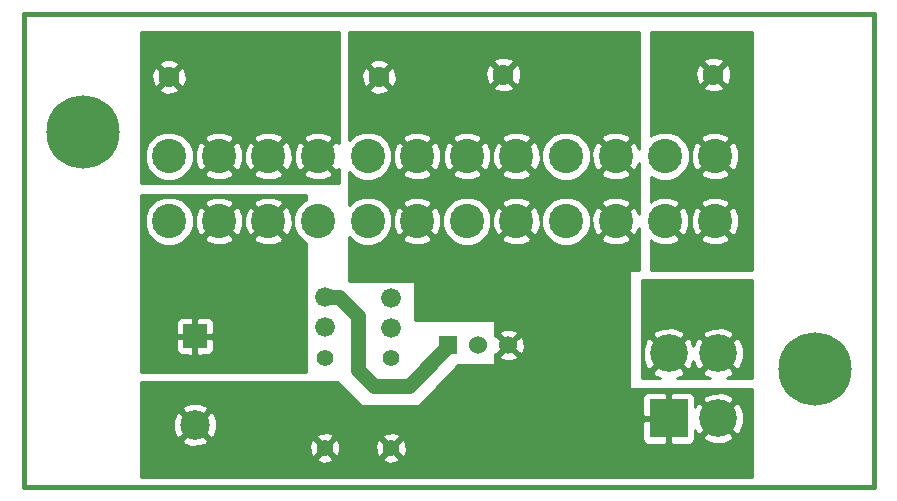
<source format=gtl>
G04 (created by PCBNEW-RS274X (2012-apr-16-27)-stable) date Fri 15 Nov 2013 10:07:24 GMT*
G01*
G70*
G90*
%MOIN*%
G04 Gerber Fmt 3.4, Leading zero omitted, Abs format*
%FSLAX34Y34*%
G04 APERTURE LIST*
%ADD10C,0.006000*%
%ADD11C,0.015000*%
%ADD12R,0.060000X0.060000*%
%ADD13C,0.060000*%
%ADD14C,0.114100*%
%ADD15C,0.070000*%
%ADD16C,0.055000*%
%ADD17C,0.066000*%
%ADD18R,0.078700X0.078700*%
%ADD19C,0.098400*%
%ADD20C,0.244100*%
%ADD21R,0.126000X0.126000*%
%ADD22C,0.126000*%
%ADD23C,0.049200*%
%ADD24C,0.010000*%
G04 APERTURE END LIST*
G54D10*
G54D11*
X00394Y00748D02*
X28740Y00748D01*
X28347Y16496D02*
X28740Y16496D01*
X01181Y16496D02*
X00394Y16496D01*
X27953Y16496D02*
X28347Y16496D01*
X27953Y16496D02*
X27559Y16496D01*
X28740Y00749D02*
X28740Y16497D01*
X01181Y16496D02*
X27559Y16496D01*
X00394Y00747D02*
X00394Y16495D01*
G54D12*
X14552Y05472D03*
G54D13*
X15552Y05472D03*
X16552Y05472D03*
G54D14*
X23434Y09602D03*
X21781Y09602D03*
X20127Y09602D03*
X18474Y09602D03*
X16820Y09602D03*
X15167Y09602D03*
X13514Y09602D03*
X11861Y09602D03*
X10207Y09602D03*
X08554Y09602D03*
X06900Y09602D03*
X05246Y09602D03*
X23434Y11767D03*
X21781Y11767D03*
X20127Y11767D03*
X18474Y11767D03*
X16820Y11767D03*
X15167Y11767D03*
X13514Y11767D03*
X11861Y11767D03*
X10207Y11767D03*
X08554Y11767D03*
X06900Y11767D03*
X05246Y11767D03*
G54D15*
X05240Y14409D03*
X12240Y14409D03*
X23382Y14488D03*
X16382Y14488D03*
G54D16*
X12638Y05043D03*
X12638Y02043D03*
X10433Y05043D03*
X10433Y02043D03*
G54D17*
X12638Y07035D03*
X12638Y06035D03*
X10433Y07074D03*
X10433Y06074D03*
G54D18*
X06103Y05767D03*
G54D19*
X06103Y02815D03*
G54D20*
X02363Y12559D03*
X26772Y04685D03*
G54D21*
X21890Y03031D03*
G54D22*
X23544Y03031D03*
X21890Y05196D03*
X23544Y05196D03*
G54D23*
X12087Y04094D02*
X13229Y04094D01*
X10433Y07074D02*
X10918Y07074D01*
X13229Y04094D02*
X14528Y05433D01*
X11536Y04645D02*
X12087Y04094D01*
X11536Y06456D02*
X11536Y04645D01*
X10918Y07074D02*
X11536Y06456D01*
G54D10*
G36*
X24675Y07963D02*
X24241Y07963D01*
X24241Y09460D01*
X24241Y11625D01*
X24234Y11944D01*
X24125Y12208D01*
X24004Y12266D01*
X23975Y12237D01*
X23975Y14397D01*
X23964Y14632D01*
X23895Y14798D01*
X23796Y14831D01*
X23725Y14760D01*
X23725Y14902D01*
X23692Y15001D01*
X23473Y15081D01*
X23238Y15070D01*
X23072Y15001D01*
X23039Y14902D01*
X23382Y14559D01*
X23725Y14902D01*
X23725Y14760D01*
X23453Y14488D01*
X23796Y14145D01*
X23895Y14178D01*
X23975Y14397D01*
X23975Y12237D01*
X23933Y12195D01*
X23933Y12337D01*
X23875Y12458D01*
X23725Y12517D01*
X23725Y14074D01*
X23382Y14417D01*
X23311Y14346D01*
X23311Y14488D01*
X22968Y14831D01*
X22869Y14798D01*
X22789Y14579D01*
X22800Y14344D01*
X22869Y14178D01*
X22968Y14145D01*
X23311Y14488D01*
X23311Y14346D01*
X23039Y14074D01*
X23072Y13975D01*
X23291Y13895D01*
X23526Y13906D01*
X23692Y13975D01*
X23725Y14074D01*
X23725Y12517D01*
X23576Y12574D01*
X23257Y12567D01*
X22993Y12458D01*
X22935Y12337D01*
X23434Y11838D01*
X23933Y12337D01*
X23933Y12195D01*
X23505Y11767D01*
X24004Y11268D01*
X24125Y11326D01*
X24241Y11625D01*
X24241Y09460D01*
X24234Y09779D01*
X24125Y10043D01*
X24004Y10101D01*
X23933Y10030D01*
X23933Y10172D01*
X23933Y11197D01*
X23434Y11696D01*
X23363Y11625D01*
X23363Y11767D01*
X22864Y12266D01*
X22743Y12208D01*
X22627Y11909D01*
X22634Y11590D01*
X22743Y11326D01*
X22864Y11268D01*
X23363Y11767D01*
X23363Y11625D01*
X22935Y11197D01*
X22993Y11076D01*
X23292Y10960D01*
X23611Y10967D01*
X23875Y11076D01*
X23933Y11197D01*
X23933Y10172D01*
X23875Y10293D01*
X23576Y10409D01*
X23257Y10402D01*
X22993Y10293D01*
X22935Y10172D01*
X23434Y09673D01*
X23933Y10172D01*
X23933Y10030D01*
X23505Y09602D01*
X24004Y09103D01*
X24125Y09161D01*
X24241Y09460D01*
X24241Y07963D01*
X23933Y07963D01*
X23933Y09032D01*
X23434Y09531D01*
X23363Y09460D01*
X23363Y09602D01*
X22864Y10101D01*
X22743Y10043D01*
X22627Y09744D01*
X22634Y09425D01*
X22743Y09161D01*
X22864Y09103D01*
X23363Y09602D01*
X23363Y09460D01*
X22935Y09032D01*
X22993Y08911D01*
X23292Y08795D01*
X23611Y08802D01*
X23875Y08911D01*
X23933Y09032D01*
X23933Y07963D01*
X22588Y07963D01*
X22588Y09460D01*
X22581Y09779D01*
X22472Y10043D01*
X22351Y10101D01*
X21852Y09602D01*
X22351Y09103D01*
X22472Y09161D01*
X22588Y09460D01*
X22588Y07963D01*
X21310Y07963D01*
X21310Y08974D01*
X21340Y08911D01*
X21639Y08795D01*
X21958Y08802D01*
X22222Y08911D01*
X22280Y09032D01*
X21816Y09496D01*
X21781Y09531D01*
X21710Y09602D01*
X21781Y09673D01*
X21816Y09708D01*
X22280Y10172D01*
X22222Y10293D01*
X21923Y10409D01*
X21604Y10402D01*
X21340Y10293D01*
X21310Y10231D01*
X21310Y11079D01*
X21316Y11073D01*
X21617Y10947D01*
X21943Y10947D01*
X22244Y11071D01*
X22475Y11302D01*
X22601Y11603D01*
X22601Y11929D01*
X22477Y12230D01*
X22246Y12461D01*
X21945Y12587D01*
X21619Y12587D01*
X21318Y12463D01*
X21310Y12455D01*
X21310Y15895D01*
X24675Y15895D01*
X24675Y07963D01*
X24675Y07963D01*
G37*
G54D24*
X24675Y07963D02*
X24241Y07963D01*
X24241Y09460D01*
X24241Y11625D01*
X24234Y11944D01*
X24125Y12208D01*
X24004Y12266D01*
X23975Y12237D01*
X23975Y14397D01*
X23964Y14632D01*
X23895Y14798D01*
X23796Y14831D01*
X23725Y14760D01*
X23725Y14902D01*
X23692Y15001D01*
X23473Y15081D01*
X23238Y15070D01*
X23072Y15001D01*
X23039Y14902D01*
X23382Y14559D01*
X23725Y14902D01*
X23725Y14760D01*
X23453Y14488D01*
X23796Y14145D01*
X23895Y14178D01*
X23975Y14397D01*
X23975Y12237D01*
X23933Y12195D01*
X23933Y12337D01*
X23875Y12458D01*
X23725Y12517D01*
X23725Y14074D01*
X23382Y14417D01*
X23311Y14346D01*
X23311Y14488D01*
X22968Y14831D01*
X22869Y14798D01*
X22789Y14579D01*
X22800Y14344D01*
X22869Y14178D01*
X22968Y14145D01*
X23311Y14488D01*
X23311Y14346D01*
X23039Y14074D01*
X23072Y13975D01*
X23291Y13895D01*
X23526Y13906D01*
X23692Y13975D01*
X23725Y14074D01*
X23725Y12517D01*
X23576Y12574D01*
X23257Y12567D01*
X22993Y12458D01*
X22935Y12337D01*
X23434Y11838D01*
X23933Y12337D01*
X23933Y12195D01*
X23505Y11767D01*
X24004Y11268D01*
X24125Y11326D01*
X24241Y11625D01*
X24241Y09460D01*
X24234Y09779D01*
X24125Y10043D01*
X24004Y10101D01*
X23933Y10030D01*
X23933Y10172D01*
X23933Y11197D01*
X23434Y11696D01*
X23363Y11625D01*
X23363Y11767D01*
X22864Y12266D01*
X22743Y12208D01*
X22627Y11909D01*
X22634Y11590D01*
X22743Y11326D01*
X22864Y11268D01*
X23363Y11767D01*
X23363Y11625D01*
X22935Y11197D01*
X22993Y11076D01*
X23292Y10960D01*
X23611Y10967D01*
X23875Y11076D01*
X23933Y11197D01*
X23933Y10172D01*
X23875Y10293D01*
X23576Y10409D01*
X23257Y10402D01*
X22993Y10293D01*
X22935Y10172D01*
X23434Y09673D01*
X23933Y10172D01*
X23933Y10030D01*
X23505Y09602D01*
X24004Y09103D01*
X24125Y09161D01*
X24241Y09460D01*
X24241Y07963D01*
X23933Y07963D01*
X23933Y09032D01*
X23434Y09531D01*
X23363Y09460D01*
X23363Y09602D01*
X22864Y10101D01*
X22743Y10043D01*
X22627Y09744D01*
X22634Y09425D01*
X22743Y09161D01*
X22864Y09103D01*
X23363Y09602D01*
X23363Y09460D01*
X22935Y09032D01*
X22993Y08911D01*
X23292Y08795D01*
X23611Y08802D01*
X23875Y08911D01*
X23933Y09032D01*
X23933Y07963D01*
X22588Y07963D01*
X22588Y09460D01*
X22581Y09779D01*
X22472Y10043D01*
X22351Y10101D01*
X21852Y09602D01*
X22351Y09103D01*
X22472Y09161D01*
X22588Y09460D01*
X22588Y07963D01*
X21310Y07963D01*
X21310Y08974D01*
X21340Y08911D01*
X21639Y08795D01*
X21958Y08802D01*
X22222Y08911D01*
X22280Y09032D01*
X21816Y09496D01*
X21781Y09531D01*
X21710Y09602D01*
X21781Y09673D01*
X21816Y09708D01*
X22280Y10172D01*
X22222Y10293D01*
X21923Y10409D01*
X21604Y10402D01*
X21340Y10293D01*
X21310Y10231D01*
X21310Y11079D01*
X21316Y11073D01*
X21617Y10947D01*
X21943Y10947D01*
X22244Y11071D01*
X22475Y11302D01*
X22601Y11603D01*
X22601Y11929D01*
X22477Y12230D01*
X22246Y12461D01*
X21945Y12587D01*
X21619Y12587D01*
X21318Y12463D01*
X21310Y12455D01*
X21310Y15895D01*
X24675Y15895D01*
X24675Y07963D01*
G54D10*
G36*
X24675Y01073D02*
X24409Y01073D01*
X24409Y02875D01*
X24402Y03218D01*
X24284Y03506D01*
X24156Y03573D01*
X24086Y03503D01*
X24086Y03643D01*
X24019Y03771D01*
X23700Y03896D01*
X23357Y03889D01*
X23069Y03771D01*
X23002Y03643D01*
X23544Y03102D01*
X24086Y03643D01*
X24086Y03503D01*
X23615Y03031D01*
X24156Y02489D01*
X24284Y02556D01*
X24409Y02875D01*
X24409Y01073D01*
X24086Y01073D01*
X24086Y02419D01*
X23544Y02960D01*
X23473Y02890D01*
X23473Y03031D01*
X22932Y03573D01*
X22804Y03506D01*
X22769Y03418D01*
X22769Y03612D01*
X22769Y03711D01*
X22731Y03802D01*
X22661Y03872D01*
X22569Y03910D01*
X22002Y03911D01*
X21940Y03849D01*
X21940Y03131D01*
X21940Y03081D01*
X21940Y02981D01*
X21940Y02931D01*
X21940Y02213D01*
X22002Y02151D01*
X22569Y02152D01*
X22661Y02190D01*
X22731Y02260D01*
X22769Y02351D01*
X22769Y02450D01*
X22769Y02641D01*
X22804Y02556D01*
X22932Y02489D01*
X23473Y03031D01*
X23473Y02890D01*
X23002Y02419D01*
X23069Y02291D01*
X23388Y02166D01*
X23731Y02173D01*
X24019Y02291D01*
X24086Y02419D01*
X24086Y01073D01*
X21840Y01073D01*
X21840Y02213D01*
X21840Y02981D01*
X21840Y03081D01*
X21840Y03849D01*
X21778Y03911D01*
X21211Y03910D01*
X21119Y03872D01*
X21049Y03802D01*
X21011Y03711D01*
X21011Y03612D01*
X21010Y03143D01*
X21072Y03081D01*
X21840Y03081D01*
X21840Y02981D01*
X21072Y02981D01*
X21010Y02919D01*
X21011Y02450D01*
X21011Y02351D01*
X21049Y02260D01*
X21119Y02190D01*
X21211Y02152D01*
X21778Y02151D01*
X21840Y02213D01*
X21840Y01073D01*
X19294Y01073D01*
X19294Y09438D01*
X19294Y09764D01*
X19294Y11603D01*
X19294Y11929D01*
X19170Y12230D01*
X18939Y12461D01*
X18638Y12587D01*
X18312Y12587D01*
X18011Y12463D01*
X17780Y12232D01*
X17654Y11931D01*
X17654Y11605D01*
X17778Y11304D01*
X18009Y11073D01*
X18310Y10947D01*
X18636Y10947D01*
X18937Y11071D01*
X19168Y11302D01*
X19294Y11603D01*
X19294Y09764D01*
X19170Y10065D01*
X18939Y10296D01*
X18638Y10422D01*
X18312Y10422D01*
X18011Y10298D01*
X17780Y10067D01*
X17654Y09766D01*
X17654Y09440D01*
X17778Y09139D01*
X18009Y08908D01*
X18310Y08782D01*
X18636Y08782D01*
X18937Y08906D01*
X19168Y09137D01*
X19294Y09438D01*
X19294Y01073D01*
X17627Y01073D01*
X17627Y09460D01*
X17627Y11625D01*
X17620Y11944D01*
X17511Y12208D01*
X17390Y12266D01*
X17319Y12195D01*
X17319Y12337D01*
X17261Y12458D01*
X16975Y12569D01*
X16975Y14397D01*
X16964Y14632D01*
X16895Y14798D01*
X16796Y14831D01*
X16725Y14760D01*
X16725Y14902D01*
X16692Y15001D01*
X16473Y15081D01*
X16238Y15070D01*
X16072Y15001D01*
X16039Y14902D01*
X16382Y14559D01*
X16725Y14902D01*
X16725Y14760D01*
X16453Y14488D01*
X16796Y14145D01*
X16895Y14178D01*
X16975Y14397D01*
X16975Y12569D01*
X16962Y12574D01*
X16725Y12569D01*
X16725Y14074D01*
X16382Y14417D01*
X16311Y14346D01*
X16311Y14488D01*
X15968Y14831D01*
X15869Y14798D01*
X15789Y14579D01*
X15800Y14344D01*
X15869Y14178D01*
X15968Y14145D01*
X16311Y14488D01*
X16311Y14346D01*
X16039Y14074D01*
X16072Y13975D01*
X16291Y13895D01*
X16526Y13906D01*
X16692Y13975D01*
X16725Y14074D01*
X16725Y12569D01*
X16643Y12567D01*
X16379Y12458D01*
X16321Y12337D01*
X16820Y11838D01*
X17319Y12337D01*
X17319Y12195D01*
X16891Y11767D01*
X17390Y11268D01*
X17511Y11326D01*
X17627Y11625D01*
X17627Y09460D01*
X17620Y09779D01*
X17511Y10043D01*
X17390Y10101D01*
X17319Y10030D01*
X17319Y10172D01*
X17319Y11197D01*
X16820Y11696D01*
X16749Y11625D01*
X16749Y11767D01*
X16250Y12266D01*
X16129Y12208D01*
X16013Y11909D01*
X16020Y11590D01*
X16129Y11326D01*
X16250Y11268D01*
X16749Y11767D01*
X16749Y11625D01*
X16321Y11197D01*
X16379Y11076D01*
X16678Y10960D01*
X16997Y10967D01*
X17261Y11076D01*
X17319Y11197D01*
X17319Y10172D01*
X17261Y10293D01*
X16962Y10409D01*
X16643Y10402D01*
X16379Y10293D01*
X16321Y10172D01*
X16820Y09673D01*
X17319Y10172D01*
X17319Y10030D01*
X16891Y09602D01*
X17390Y09103D01*
X17511Y09161D01*
X17627Y09460D01*
X17627Y01073D01*
X17319Y01073D01*
X17319Y09032D01*
X16820Y09531D01*
X16749Y09460D01*
X16749Y09602D01*
X16250Y10101D01*
X16129Y10043D01*
X16013Y09744D01*
X16020Y09425D01*
X16129Y09161D01*
X16250Y09103D01*
X16749Y09602D01*
X16749Y09460D01*
X16321Y09032D01*
X16379Y08911D01*
X16678Y08795D01*
X16997Y08802D01*
X17261Y08911D01*
X17319Y09032D01*
X17319Y01073D01*
X17095Y01073D01*
X17095Y05393D01*
X17084Y05606D01*
X17024Y05753D01*
X16930Y05780D01*
X16860Y05710D01*
X16860Y05850D01*
X16833Y05944D01*
X16631Y06015D01*
X16418Y06004D01*
X16271Y05944D01*
X16244Y05850D01*
X16552Y05543D01*
X16860Y05850D01*
X16860Y05710D01*
X16623Y05472D01*
X16930Y05164D01*
X17024Y05191D01*
X17095Y05393D01*
X17095Y01073D01*
X16860Y01073D01*
X16860Y05094D01*
X16552Y05401D01*
X16244Y05094D01*
X16271Y05000D01*
X16473Y04929D01*
X16686Y04940D01*
X16833Y05000D01*
X16860Y05094D01*
X16860Y01073D01*
X13157Y01073D01*
X13157Y01969D01*
X13146Y02173D01*
X13090Y02310D01*
X12999Y02333D01*
X12928Y02262D01*
X12928Y02404D01*
X12905Y02495D01*
X12712Y02562D01*
X12508Y02551D01*
X12371Y02495D01*
X12348Y02404D01*
X12638Y02114D01*
X12928Y02404D01*
X12928Y02262D01*
X12709Y02043D01*
X12999Y01753D01*
X13090Y01776D01*
X13157Y01969D01*
X13157Y01073D01*
X12928Y01073D01*
X12928Y01682D01*
X12638Y01972D01*
X12567Y01901D01*
X12567Y02043D01*
X12277Y02333D01*
X12186Y02310D01*
X12119Y02117D01*
X12130Y01913D01*
X12186Y01776D01*
X12277Y01753D01*
X12567Y02043D01*
X12567Y01901D01*
X12348Y01682D01*
X12371Y01591D01*
X12564Y01524D01*
X12768Y01535D01*
X12905Y01591D01*
X12928Y01682D01*
X12928Y01073D01*
X10952Y01073D01*
X10952Y01969D01*
X10941Y02173D01*
X10885Y02310D01*
X10794Y02333D01*
X10723Y02262D01*
X10723Y02404D01*
X10700Y02495D01*
X10507Y02562D01*
X10303Y02551D01*
X10166Y02495D01*
X10143Y02404D01*
X10433Y02114D01*
X10723Y02404D01*
X10723Y02262D01*
X10504Y02043D01*
X10794Y01753D01*
X10885Y01776D01*
X10952Y01969D01*
X10952Y01073D01*
X10723Y01073D01*
X10723Y01682D01*
X10433Y01972D01*
X10362Y01901D01*
X10362Y02043D01*
X10072Y02333D01*
X09981Y02310D01*
X09914Y02117D01*
X09925Y01913D01*
X09981Y01776D01*
X10072Y01753D01*
X10362Y02043D01*
X10362Y01901D01*
X10143Y01682D01*
X10166Y01591D01*
X10359Y01524D01*
X10563Y01535D01*
X10700Y01591D01*
X10723Y01682D01*
X10723Y01073D01*
X06834Y01073D01*
X06834Y02691D01*
X06826Y02980D01*
X06731Y03210D01*
X06618Y03259D01*
X06547Y03188D01*
X06547Y03330D01*
X06498Y03443D01*
X06227Y03546D01*
X05938Y03538D01*
X05708Y03443D01*
X05659Y03330D01*
X06103Y02886D01*
X06547Y03330D01*
X06547Y03188D01*
X06174Y02815D01*
X06618Y02371D01*
X06731Y02420D01*
X06834Y02691D01*
X06834Y01073D01*
X06547Y01073D01*
X06547Y02300D01*
X06103Y02744D01*
X06032Y02673D01*
X06032Y02815D01*
X05588Y03259D01*
X05475Y03210D01*
X05372Y02939D01*
X05380Y02650D01*
X05475Y02420D01*
X05588Y02371D01*
X06032Y02815D01*
X06032Y02673D01*
X05659Y02300D01*
X05708Y02187D01*
X05979Y02084D01*
X06268Y02092D01*
X06498Y02187D01*
X06547Y02300D01*
X06547Y01073D01*
X04302Y01073D01*
X04302Y04241D01*
X10845Y04241D01*
X11633Y03454D01*
X13565Y03454D01*
X14864Y04792D01*
X16113Y04792D01*
X16113Y05182D01*
X16174Y05164D01*
X16481Y05472D01*
X16174Y05780D01*
X16113Y05763D01*
X16113Y06309D01*
X15987Y06309D01*
X15987Y09438D01*
X15987Y09764D01*
X15974Y09796D01*
X15974Y11625D01*
X15967Y11944D01*
X15858Y12208D01*
X15737Y12266D01*
X15666Y12195D01*
X15666Y12337D01*
X15608Y12458D01*
X15309Y12574D01*
X14990Y12567D01*
X14726Y12458D01*
X14668Y12337D01*
X15167Y11838D01*
X15666Y12337D01*
X15666Y12195D01*
X15238Y11767D01*
X15737Y11268D01*
X15858Y11326D01*
X15974Y11625D01*
X15974Y09796D01*
X15863Y10065D01*
X15666Y10262D01*
X15666Y11197D01*
X15167Y11696D01*
X15096Y11625D01*
X15096Y11767D01*
X14597Y12266D01*
X14476Y12208D01*
X14360Y11909D01*
X14367Y11590D01*
X14476Y11326D01*
X14597Y11268D01*
X15096Y11767D01*
X15096Y11625D01*
X14668Y11197D01*
X14726Y11076D01*
X15025Y10960D01*
X15344Y10967D01*
X15608Y11076D01*
X15666Y11197D01*
X15666Y10262D01*
X15632Y10296D01*
X15331Y10422D01*
X15005Y10422D01*
X14704Y10298D01*
X14473Y10067D01*
X14347Y09766D01*
X14347Y09440D01*
X14471Y09139D01*
X14702Y08908D01*
X15003Y08782D01*
X15329Y08782D01*
X15630Y08906D01*
X15861Y09137D01*
X15987Y09438D01*
X15987Y06309D01*
X14321Y06309D01*
X14321Y09460D01*
X14321Y11625D01*
X14314Y11944D01*
X14205Y12208D01*
X14084Y12266D01*
X14013Y12195D01*
X14013Y12337D01*
X13955Y12458D01*
X13656Y12574D01*
X13337Y12567D01*
X13073Y12458D01*
X13015Y12337D01*
X13514Y11838D01*
X14013Y12337D01*
X14013Y12195D01*
X13585Y11767D01*
X14084Y11268D01*
X14205Y11326D01*
X14321Y11625D01*
X14321Y09460D01*
X14314Y09779D01*
X14205Y10043D01*
X14084Y10101D01*
X14013Y10030D01*
X14013Y10172D01*
X14013Y11197D01*
X13514Y11696D01*
X13443Y11625D01*
X13443Y11767D01*
X12944Y12266D01*
X12833Y12213D01*
X12833Y14318D01*
X12822Y14553D01*
X12753Y14719D01*
X12654Y14752D01*
X12583Y14681D01*
X12583Y14823D01*
X12550Y14922D01*
X12331Y15002D01*
X12096Y14991D01*
X11930Y14922D01*
X11897Y14823D01*
X12240Y14480D01*
X12583Y14823D01*
X12583Y14681D01*
X12311Y14409D01*
X12654Y14066D01*
X12753Y14099D01*
X12833Y14318D01*
X12833Y12213D01*
X12823Y12208D01*
X12707Y11909D01*
X12714Y11590D01*
X12823Y11326D01*
X12944Y11268D01*
X13443Y11767D01*
X13443Y11625D01*
X13015Y11197D01*
X13073Y11076D01*
X13372Y10960D01*
X13691Y10967D01*
X13955Y11076D01*
X14013Y11197D01*
X14013Y10172D01*
X13955Y10293D01*
X13656Y10409D01*
X13337Y10402D01*
X13073Y10293D01*
X13015Y10172D01*
X13514Y09673D01*
X14013Y10172D01*
X14013Y10030D01*
X13585Y09602D01*
X14084Y09103D01*
X14205Y09161D01*
X14321Y09460D01*
X14321Y06309D01*
X14013Y06309D01*
X14013Y09032D01*
X13514Y09531D01*
X13443Y09460D01*
X13443Y09602D01*
X12944Y10101D01*
X12823Y10043D01*
X12707Y09744D01*
X12714Y09425D01*
X12823Y09161D01*
X12944Y09103D01*
X13443Y09602D01*
X13443Y09460D01*
X13015Y09032D01*
X13073Y08911D01*
X13372Y08795D01*
X13691Y08802D01*
X13955Y08911D01*
X14013Y09032D01*
X14013Y06309D01*
X13436Y06309D01*
X13436Y07609D01*
X12768Y07609D01*
X12754Y07615D01*
X12523Y07615D01*
X12508Y07609D01*
X11231Y07609D01*
X11231Y09073D01*
X11396Y08908D01*
X11697Y08782D01*
X12023Y08782D01*
X12324Y08906D01*
X12555Y09137D01*
X12681Y09438D01*
X12681Y09764D01*
X12557Y10065D01*
X12326Y10296D01*
X12025Y10422D01*
X11699Y10422D01*
X11398Y10298D01*
X11231Y10131D01*
X11231Y11238D01*
X11396Y11073D01*
X11697Y10947D01*
X12023Y10947D01*
X12324Y11071D01*
X12555Y11302D01*
X12681Y11603D01*
X12681Y11929D01*
X12583Y12167D01*
X12583Y13995D01*
X12240Y14338D01*
X12169Y14267D01*
X12169Y14409D01*
X11826Y14752D01*
X11727Y14719D01*
X11647Y14500D01*
X11658Y14265D01*
X11727Y14099D01*
X11826Y14066D01*
X12169Y14409D01*
X12169Y14267D01*
X11897Y13995D01*
X11930Y13896D01*
X12149Y13816D01*
X12384Y13827D01*
X12550Y13896D01*
X12583Y13995D01*
X12583Y12167D01*
X12557Y12230D01*
X12326Y12461D01*
X12025Y12587D01*
X11699Y12587D01*
X11398Y12463D01*
X11231Y12296D01*
X11231Y15895D01*
X20895Y15895D01*
X20895Y12022D01*
X20818Y12208D01*
X20697Y12266D01*
X20626Y12195D01*
X20626Y12337D01*
X20568Y12458D01*
X20269Y12574D01*
X19950Y12567D01*
X19686Y12458D01*
X19628Y12337D01*
X20127Y11838D01*
X20626Y12337D01*
X20626Y12195D01*
X20198Y11767D01*
X20697Y11268D01*
X20818Y11326D01*
X20895Y11525D01*
X20895Y09857D01*
X20818Y10043D01*
X20697Y10101D01*
X20626Y10030D01*
X20626Y10172D01*
X20626Y11197D01*
X20127Y11696D01*
X20056Y11625D01*
X20056Y11767D01*
X19557Y12266D01*
X19436Y12208D01*
X19320Y11909D01*
X19327Y11590D01*
X19436Y11326D01*
X19557Y11268D01*
X20056Y11767D01*
X20056Y11625D01*
X19628Y11197D01*
X19686Y11076D01*
X19985Y10960D01*
X20304Y10967D01*
X20568Y11076D01*
X20626Y11197D01*
X20626Y10172D01*
X20568Y10293D01*
X20269Y10409D01*
X19950Y10402D01*
X19686Y10293D01*
X19628Y10172D01*
X20127Y09673D01*
X20626Y10172D01*
X20626Y10030D01*
X20198Y09602D01*
X20697Y09103D01*
X20818Y09161D01*
X20895Y09360D01*
X20895Y07963D01*
X20626Y07963D01*
X20626Y09032D01*
X20127Y09531D01*
X20056Y09460D01*
X20056Y09602D01*
X19557Y10101D01*
X19436Y10043D01*
X19320Y09744D01*
X19327Y09425D01*
X19436Y09161D01*
X19557Y09103D01*
X20056Y09602D01*
X20056Y09460D01*
X19628Y09032D01*
X19686Y08911D01*
X19985Y08795D01*
X20304Y08802D01*
X20568Y08911D01*
X20626Y09032D01*
X20626Y07963D01*
X20580Y07963D01*
X20580Y04005D01*
X24675Y04005D01*
X24675Y01073D01*
X24675Y01073D01*
G37*
G54D24*
X24675Y01073D02*
X24409Y01073D01*
X24409Y02875D01*
X24402Y03218D01*
X24284Y03506D01*
X24156Y03573D01*
X24086Y03503D01*
X24086Y03643D01*
X24019Y03771D01*
X23700Y03896D01*
X23357Y03889D01*
X23069Y03771D01*
X23002Y03643D01*
X23544Y03102D01*
X24086Y03643D01*
X24086Y03503D01*
X23615Y03031D01*
X24156Y02489D01*
X24284Y02556D01*
X24409Y02875D01*
X24409Y01073D01*
X24086Y01073D01*
X24086Y02419D01*
X23544Y02960D01*
X23473Y02890D01*
X23473Y03031D01*
X22932Y03573D01*
X22804Y03506D01*
X22769Y03418D01*
X22769Y03612D01*
X22769Y03711D01*
X22731Y03802D01*
X22661Y03872D01*
X22569Y03910D01*
X22002Y03911D01*
X21940Y03849D01*
X21940Y03131D01*
X21940Y03081D01*
X21940Y02981D01*
X21940Y02931D01*
X21940Y02213D01*
X22002Y02151D01*
X22569Y02152D01*
X22661Y02190D01*
X22731Y02260D01*
X22769Y02351D01*
X22769Y02450D01*
X22769Y02641D01*
X22804Y02556D01*
X22932Y02489D01*
X23473Y03031D01*
X23473Y02890D01*
X23002Y02419D01*
X23069Y02291D01*
X23388Y02166D01*
X23731Y02173D01*
X24019Y02291D01*
X24086Y02419D01*
X24086Y01073D01*
X21840Y01073D01*
X21840Y02213D01*
X21840Y02981D01*
X21840Y03081D01*
X21840Y03849D01*
X21778Y03911D01*
X21211Y03910D01*
X21119Y03872D01*
X21049Y03802D01*
X21011Y03711D01*
X21011Y03612D01*
X21010Y03143D01*
X21072Y03081D01*
X21840Y03081D01*
X21840Y02981D01*
X21072Y02981D01*
X21010Y02919D01*
X21011Y02450D01*
X21011Y02351D01*
X21049Y02260D01*
X21119Y02190D01*
X21211Y02152D01*
X21778Y02151D01*
X21840Y02213D01*
X21840Y01073D01*
X19294Y01073D01*
X19294Y09438D01*
X19294Y09764D01*
X19294Y11603D01*
X19294Y11929D01*
X19170Y12230D01*
X18939Y12461D01*
X18638Y12587D01*
X18312Y12587D01*
X18011Y12463D01*
X17780Y12232D01*
X17654Y11931D01*
X17654Y11605D01*
X17778Y11304D01*
X18009Y11073D01*
X18310Y10947D01*
X18636Y10947D01*
X18937Y11071D01*
X19168Y11302D01*
X19294Y11603D01*
X19294Y09764D01*
X19170Y10065D01*
X18939Y10296D01*
X18638Y10422D01*
X18312Y10422D01*
X18011Y10298D01*
X17780Y10067D01*
X17654Y09766D01*
X17654Y09440D01*
X17778Y09139D01*
X18009Y08908D01*
X18310Y08782D01*
X18636Y08782D01*
X18937Y08906D01*
X19168Y09137D01*
X19294Y09438D01*
X19294Y01073D01*
X17627Y01073D01*
X17627Y09460D01*
X17627Y11625D01*
X17620Y11944D01*
X17511Y12208D01*
X17390Y12266D01*
X17319Y12195D01*
X17319Y12337D01*
X17261Y12458D01*
X16975Y12569D01*
X16975Y14397D01*
X16964Y14632D01*
X16895Y14798D01*
X16796Y14831D01*
X16725Y14760D01*
X16725Y14902D01*
X16692Y15001D01*
X16473Y15081D01*
X16238Y15070D01*
X16072Y15001D01*
X16039Y14902D01*
X16382Y14559D01*
X16725Y14902D01*
X16725Y14760D01*
X16453Y14488D01*
X16796Y14145D01*
X16895Y14178D01*
X16975Y14397D01*
X16975Y12569D01*
X16962Y12574D01*
X16725Y12569D01*
X16725Y14074D01*
X16382Y14417D01*
X16311Y14346D01*
X16311Y14488D01*
X15968Y14831D01*
X15869Y14798D01*
X15789Y14579D01*
X15800Y14344D01*
X15869Y14178D01*
X15968Y14145D01*
X16311Y14488D01*
X16311Y14346D01*
X16039Y14074D01*
X16072Y13975D01*
X16291Y13895D01*
X16526Y13906D01*
X16692Y13975D01*
X16725Y14074D01*
X16725Y12569D01*
X16643Y12567D01*
X16379Y12458D01*
X16321Y12337D01*
X16820Y11838D01*
X17319Y12337D01*
X17319Y12195D01*
X16891Y11767D01*
X17390Y11268D01*
X17511Y11326D01*
X17627Y11625D01*
X17627Y09460D01*
X17620Y09779D01*
X17511Y10043D01*
X17390Y10101D01*
X17319Y10030D01*
X17319Y10172D01*
X17319Y11197D01*
X16820Y11696D01*
X16749Y11625D01*
X16749Y11767D01*
X16250Y12266D01*
X16129Y12208D01*
X16013Y11909D01*
X16020Y11590D01*
X16129Y11326D01*
X16250Y11268D01*
X16749Y11767D01*
X16749Y11625D01*
X16321Y11197D01*
X16379Y11076D01*
X16678Y10960D01*
X16997Y10967D01*
X17261Y11076D01*
X17319Y11197D01*
X17319Y10172D01*
X17261Y10293D01*
X16962Y10409D01*
X16643Y10402D01*
X16379Y10293D01*
X16321Y10172D01*
X16820Y09673D01*
X17319Y10172D01*
X17319Y10030D01*
X16891Y09602D01*
X17390Y09103D01*
X17511Y09161D01*
X17627Y09460D01*
X17627Y01073D01*
X17319Y01073D01*
X17319Y09032D01*
X16820Y09531D01*
X16749Y09460D01*
X16749Y09602D01*
X16250Y10101D01*
X16129Y10043D01*
X16013Y09744D01*
X16020Y09425D01*
X16129Y09161D01*
X16250Y09103D01*
X16749Y09602D01*
X16749Y09460D01*
X16321Y09032D01*
X16379Y08911D01*
X16678Y08795D01*
X16997Y08802D01*
X17261Y08911D01*
X17319Y09032D01*
X17319Y01073D01*
X17095Y01073D01*
X17095Y05393D01*
X17084Y05606D01*
X17024Y05753D01*
X16930Y05780D01*
X16860Y05710D01*
X16860Y05850D01*
X16833Y05944D01*
X16631Y06015D01*
X16418Y06004D01*
X16271Y05944D01*
X16244Y05850D01*
X16552Y05543D01*
X16860Y05850D01*
X16860Y05710D01*
X16623Y05472D01*
X16930Y05164D01*
X17024Y05191D01*
X17095Y05393D01*
X17095Y01073D01*
X16860Y01073D01*
X16860Y05094D01*
X16552Y05401D01*
X16244Y05094D01*
X16271Y05000D01*
X16473Y04929D01*
X16686Y04940D01*
X16833Y05000D01*
X16860Y05094D01*
X16860Y01073D01*
X13157Y01073D01*
X13157Y01969D01*
X13146Y02173D01*
X13090Y02310D01*
X12999Y02333D01*
X12928Y02262D01*
X12928Y02404D01*
X12905Y02495D01*
X12712Y02562D01*
X12508Y02551D01*
X12371Y02495D01*
X12348Y02404D01*
X12638Y02114D01*
X12928Y02404D01*
X12928Y02262D01*
X12709Y02043D01*
X12999Y01753D01*
X13090Y01776D01*
X13157Y01969D01*
X13157Y01073D01*
X12928Y01073D01*
X12928Y01682D01*
X12638Y01972D01*
X12567Y01901D01*
X12567Y02043D01*
X12277Y02333D01*
X12186Y02310D01*
X12119Y02117D01*
X12130Y01913D01*
X12186Y01776D01*
X12277Y01753D01*
X12567Y02043D01*
X12567Y01901D01*
X12348Y01682D01*
X12371Y01591D01*
X12564Y01524D01*
X12768Y01535D01*
X12905Y01591D01*
X12928Y01682D01*
X12928Y01073D01*
X10952Y01073D01*
X10952Y01969D01*
X10941Y02173D01*
X10885Y02310D01*
X10794Y02333D01*
X10723Y02262D01*
X10723Y02404D01*
X10700Y02495D01*
X10507Y02562D01*
X10303Y02551D01*
X10166Y02495D01*
X10143Y02404D01*
X10433Y02114D01*
X10723Y02404D01*
X10723Y02262D01*
X10504Y02043D01*
X10794Y01753D01*
X10885Y01776D01*
X10952Y01969D01*
X10952Y01073D01*
X10723Y01073D01*
X10723Y01682D01*
X10433Y01972D01*
X10362Y01901D01*
X10362Y02043D01*
X10072Y02333D01*
X09981Y02310D01*
X09914Y02117D01*
X09925Y01913D01*
X09981Y01776D01*
X10072Y01753D01*
X10362Y02043D01*
X10362Y01901D01*
X10143Y01682D01*
X10166Y01591D01*
X10359Y01524D01*
X10563Y01535D01*
X10700Y01591D01*
X10723Y01682D01*
X10723Y01073D01*
X06834Y01073D01*
X06834Y02691D01*
X06826Y02980D01*
X06731Y03210D01*
X06618Y03259D01*
X06547Y03188D01*
X06547Y03330D01*
X06498Y03443D01*
X06227Y03546D01*
X05938Y03538D01*
X05708Y03443D01*
X05659Y03330D01*
X06103Y02886D01*
X06547Y03330D01*
X06547Y03188D01*
X06174Y02815D01*
X06618Y02371D01*
X06731Y02420D01*
X06834Y02691D01*
X06834Y01073D01*
X06547Y01073D01*
X06547Y02300D01*
X06103Y02744D01*
X06032Y02673D01*
X06032Y02815D01*
X05588Y03259D01*
X05475Y03210D01*
X05372Y02939D01*
X05380Y02650D01*
X05475Y02420D01*
X05588Y02371D01*
X06032Y02815D01*
X06032Y02673D01*
X05659Y02300D01*
X05708Y02187D01*
X05979Y02084D01*
X06268Y02092D01*
X06498Y02187D01*
X06547Y02300D01*
X06547Y01073D01*
X04302Y01073D01*
X04302Y04241D01*
X10845Y04241D01*
X11633Y03454D01*
X13565Y03454D01*
X14864Y04792D01*
X16113Y04792D01*
X16113Y05182D01*
X16174Y05164D01*
X16481Y05472D01*
X16174Y05780D01*
X16113Y05763D01*
X16113Y06309D01*
X15987Y06309D01*
X15987Y09438D01*
X15987Y09764D01*
X15974Y09796D01*
X15974Y11625D01*
X15967Y11944D01*
X15858Y12208D01*
X15737Y12266D01*
X15666Y12195D01*
X15666Y12337D01*
X15608Y12458D01*
X15309Y12574D01*
X14990Y12567D01*
X14726Y12458D01*
X14668Y12337D01*
X15167Y11838D01*
X15666Y12337D01*
X15666Y12195D01*
X15238Y11767D01*
X15737Y11268D01*
X15858Y11326D01*
X15974Y11625D01*
X15974Y09796D01*
X15863Y10065D01*
X15666Y10262D01*
X15666Y11197D01*
X15167Y11696D01*
X15096Y11625D01*
X15096Y11767D01*
X14597Y12266D01*
X14476Y12208D01*
X14360Y11909D01*
X14367Y11590D01*
X14476Y11326D01*
X14597Y11268D01*
X15096Y11767D01*
X15096Y11625D01*
X14668Y11197D01*
X14726Y11076D01*
X15025Y10960D01*
X15344Y10967D01*
X15608Y11076D01*
X15666Y11197D01*
X15666Y10262D01*
X15632Y10296D01*
X15331Y10422D01*
X15005Y10422D01*
X14704Y10298D01*
X14473Y10067D01*
X14347Y09766D01*
X14347Y09440D01*
X14471Y09139D01*
X14702Y08908D01*
X15003Y08782D01*
X15329Y08782D01*
X15630Y08906D01*
X15861Y09137D01*
X15987Y09438D01*
X15987Y06309D01*
X14321Y06309D01*
X14321Y09460D01*
X14321Y11625D01*
X14314Y11944D01*
X14205Y12208D01*
X14084Y12266D01*
X14013Y12195D01*
X14013Y12337D01*
X13955Y12458D01*
X13656Y12574D01*
X13337Y12567D01*
X13073Y12458D01*
X13015Y12337D01*
X13514Y11838D01*
X14013Y12337D01*
X14013Y12195D01*
X13585Y11767D01*
X14084Y11268D01*
X14205Y11326D01*
X14321Y11625D01*
X14321Y09460D01*
X14314Y09779D01*
X14205Y10043D01*
X14084Y10101D01*
X14013Y10030D01*
X14013Y10172D01*
X14013Y11197D01*
X13514Y11696D01*
X13443Y11625D01*
X13443Y11767D01*
X12944Y12266D01*
X12833Y12213D01*
X12833Y14318D01*
X12822Y14553D01*
X12753Y14719D01*
X12654Y14752D01*
X12583Y14681D01*
X12583Y14823D01*
X12550Y14922D01*
X12331Y15002D01*
X12096Y14991D01*
X11930Y14922D01*
X11897Y14823D01*
X12240Y14480D01*
X12583Y14823D01*
X12583Y14681D01*
X12311Y14409D01*
X12654Y14066D01*
X12753Y14099D01*
X12833Y14318D01*
X12833Y12213D01*
X12823Y12208D01*
X12707Y11909D01*
X12714Y11590D01*
X12823Y11326D01*
X12944Y11268D01*
X13443Y11767D01*
X13443Y11625D01*
X13015Y11197D01*
X13073Y11076D01*
X13372Y10960D01*
X13691Y10967D01*
X13955Y11076D01*
X14013Y11197D01*
X14013Y10172D01*
X13955Y10293D01*
X13656Y10409D01*
X13337Y10402D01*
X13073Y10293D01*
X13015Y10172D01*
X13514Y09673D01*
X14013Y10172D01*
X14013Y10030D01*
X13585Y09602D01*
X14084Y09103D01*
X14205Y09161D01*
X14321Y09460D01*
X14321Y06309D01*
X14013Y06309D01*
X14013Y09032D01*
X13514Y09531D01*
X13443Y09460D01*
X13443Y09602D01*
X12944Y10101D01*
X12823Y10043D01*
X12707Y09744D01*
X12714Y09425D01*
X12823Y09161D01*
X12944Y09103D01*
X13443Y09602D01*
X13443Y09460D01*
X13015Y09032D01*
X13073Y08911D01*
X13372Y08795D01*
X13691Y08802D01*
X13955Y08911D01*
X14013Y09032D01*
X14013Y06309D01*
X13436Y06309D01*
X13436Y07609D01*
X12768Y07609D01*
X12754Y07615D01*
X12523Y07615D01*
X12508Y07609D01*
X11231Y07609D01*
X11231Y09073D01*
X11396Y08908D01*
X11697Y08782D01*
X12023Y08782D01*
X12324Y08906D01*
X12555Y09137D01*
X12681Y09438D01*
X12681Y09764D01*
X12557Y10065D01*
X12326Y10296D01*
X12025Y10422D01*
X11699Y10422D01*
X11398Y10298D01*
X11231Y10131D01*
X11231Y11238D01*
X11396Y11073D01*
X11697Y10947D01*
X12023Y10947D01*
X12324Y11071D01*
X12555Y11302D01*
X12681Y11603D01*
X12681Y11929D01*
X12583Y12167D01*
X12583Y13995D01*
X12240Y14338D01*
X12169Y14267D01*
X12169Y14409D01*
X11826Y14752D01*
X11727Y14719D01*
X11647Y14500D01*
X11658Y14265D01*
X11727Y14099D01*
X11826Y14066D01*
X12169Y14409D01*
X12169Y14267D01*
X11897Y13995D01*
X11930Y13896D01*
X12149Y13816D01*
X12384Y13827D01*
X12550Y13896D01*
X12583Y13995D01*
X12583Y12167D01*
X12557Y12230D01*
X12326Y12461D01*
X12025Y12587D01*
X11699Y12587D01*
X11398Y12463D01*
X11231Y12296D01*
X11231Y15895D01*
X20895Y15895D01*
X20895Y12022D01*
X20818Y12208D01*
X20697Y12266D01*
X20626Y12195D01*
X20626Y12337D01*
X20568Y12458D01*
X20269Y12574D01*
X19950Y12567D01*
X19686Y12458D01*
X19628Y12337D01*
X20127Y11838D01*
X20626Y12337D01*
X20626Y12195D01*
X20198Y11767D01*
X20697Y11268D01*
X20818Y11326D01*
X20895Y11525D01*
X20895Y09857D01*
X20818Y10043D01*
X20697Y10101D01*
X20626Y10030D01*
X20626Y10172D01*
X20626Y11197D01*
X20127Y11696D01*
X20056Y11625D01*
X20056Y11767D01*
X19557Y12266D01*
X19436Y12208D01*
X19320Y11909D01*
X19327Y11590D01*
X19436Y11326D01*
X19557Y11268D01*
X20056Y11767D01*
X20056Y11625D01*
X19628Y11197D01*
X19686Y11076D01*
X19985Y10960D01*
X20304Y10967D01*
X20568Y11076D01*
X20626Y11197D01*
X20626Y10172D01*
X20568Y10293D01*
X20269Y10409D01*
X19950Y10402D01*
X19686Y10293D01*
X19628Y10172D01*
X20127Y09673D01*
X20626Y10172D01*
X20626Y10030D01*
X20198Y09602D01*
X20697Y09103D01*
X20818Y09161D01*
X20895Y09360D01*
X20895Y07963D01*
X20626Y07963D01*
X20626Y09032D01*
X20127Y09531D01*
X20056Y09460D01*
X20056Y09602D01*
X19557Y10101D01*
X19436Y10043D01*
X19320Y09744D01*
X19327Y09425D01*
X19436Y09161D01*
X19557Y09103D01*
X20056Y09602D01*
X20056Y09460D01*
X19628Y09032D01*
X19686Y08911D01*
X19985Y08795D01*
X20304Y08802D01*
X20568Y08911D01*
X20626Y09032D01*
X20626Y07963D01*
X20580Y07963D01*
X20580Y04005D01*
X24675Y04005D01*
X24675Y01073D01*
G54D10*
G36*
X10895Y10876D02*
X10706Y10876D01*
X10706Y11197D01*
X10207Y11696D01*
X10136Y11625D01*
X10136Y11767D01*
X09637Y12266D01*
X09516Y12208D01*
X09400Y11909D01*
X09407Y11590D01*
X09516Y11326D01*
X09637Y11268D01*
X10136Y11767D01*
X10136Y11625D01*
X09708Y11197D01*
X09766Y11076D01*
X10065Y10960D01*
X10384Y10967D01*
X10648Y11076D01*
X10706Y11197D01*
X10706Y10876D01*
X09361Y10876D01*
X09361Y11625D01*
X09354Y11944D01*
X09245Y12208D01*
X09124Y12266D01*
X09053Y12195D01*
X09053Y12337D01*
X08995Y12458D01*
X08696Y12574D01*
X08377Y12567D01*
X08113Y12458D01*
X08055Y12337D01*
X08554Y11838D01*
X09053Y12337D01*
X09053Y12195D01*
X08625Y11767D01*
X09124Y11268D01*
X09245Y11326D01*
X09361Y11625D01*
X09361Y10876D01*
X09053Y10876D01*
X09053Y11197D01*
X08554Y11696D01*
X08483Y11625D01*
X08483Y11767D01*
X07984Y12266D01*
X07863Y12208D01*
X07747Y11909D01*
X07754Y11590D01*
X07863Y11326D01*
X07984Y11268D01*
X08483Y11767D01*
X08483Y11625D01*
X08055Y11197D01*
X08113Y11076D01*
X08412Y10960D01*
X08731Y10967D01*
X08995Y11076D01*
X09053Y11197D01*
X09053Y10876D01*
X07707Y10876D01*
X07707Y11625D01*
X07700Y11944D01*
X07591Y12208D01*
X07470Y12266D01*
X07399Y12195D01*
X07399Y12337D01*
X07341Y12458D01*
X07042Y12574D01*
X06723Y12567D01*
X06459Y12458D01*
X06401Y12337D01*
X06900Y11838D01*
X07399Y12337D01*
X07399Y12195D01*
X06971Y11767D01*
X07470Y11268D01*
X07591Y11326D01*
X07707Y11625D01*
X07707Y10876D01*
X07399Y10876D01*
X07399Y11197D01*
X06900Y11696D01*
X06829Y11625D01*
X06829Y11767D01*
X06330Y12266D01*
X06209Y12208D01*
X06093Y11909D01*
X06100Y11590D01*
X06209Y11326D01*
X06330Y11268D01*
X06829Y11767D01*
X06829Y11625D01*
X06401Y11197D01*
X06459Y11076D01*
X06758Y10960D01*
X07077Y10967D01*
X07341Y11076D01*
X07399Y11197D01*
X07399Y10876D01*
X06066Y10876D01*
X06066Y11603D01*
X06066Y11929D01*
X05942Y12230D01*
X05833Y12339D01*
X05833Y14318D01*
X05822Y14553D01*
X05753Y14719D01*
X05654Y14752D01*
X05583Y14681D01*
X05583Y14823D01*
X05550Y14922D01*
X05331Y15002D01*
X05096Y14991D01*
X04930Y14922D01*
X04897Y14823D01*
X05240Y14480D01*
X05583Y14823D01*
X05583Y14681D01*
X05311Y14409D01*
X05654Y14066D01*
X05753Y14099D01*
X05833Y14318D01*
X05833Y12339D01*
X05711Y12461D01*
X05583Y12515D01*
X05583Y13995D01*
X05240Y14338D01*
X05169Y14267D01*
X05169Y14409D01*
X04826Y14752D01*
X04727Y14719D01*
X04647Y14500D01*
X04658Y14265D01*
X04727Y14099D01*
X04826Y14066D01*
X05169Y14409D01*
X05169Y14267D01*
X04897Y13995D01*
X04930Y13896D01*
X05149Y13816D01*
X05384Y13827D01*
X05550Y13896D01*
X05583Y13995D01*
X05583Y12515D01*
X05410Y12587D01*
X05084Y12587D01*
X04783Y12463D01*
X04552Y12232D01*
X04426Y11931D01*
X04426Y11605D01*
X04550Y11304D01*
X04781Y11073D01*
X05082Y10947D01*
X05408Y10947D01*
X05709Y11071D01*
X05940Y11302D01*
X06066Y11603D01*
X06066Y10876D01*
X04302Y10876D01*
X04302Y15895D01*
X10895Y15895D01*
X10895Y12210D01*
X10777Y12266D01*
X10706Y12195D01*
X10706Y12337D01*
X10648Y12458D01*
X10349Y12574D01*
X10030Y12567D01*
X09766Y12458D01*
X09708Y12337D01*
X10207Y11838D01*
X10706Y12337D01*
X10706Y12195D01*
X10278Y11767D01*
X10777Y11268D01*
X10895Y11325D01*
X10895Y10876D01*
X10895Y10876D01*
G37*
G54D24*
X10895Y10876D02*
X10706Y10876D01*
X10706Y11197D01*
X10207Y11696D01*
X10136Y11625D01*
X10136Y11767D01*
X09637Y12266D01*
X09516Y12208D01*
X09400Y11909D01*
X09407Y11590D01*
X09516Y11326D01*
X09637Y11268D01*
X10136Y11767D01*
X10136Y11625D01*
X09708Y11197D01*
X09766Y11076D01*
X10065Y10960D01*
X10384Y10967D01*
X10648Y11076D01*
X10706Y11197D01*
X10706Y10876D01*
X09361Y10876D01*
X09361Y11625D01*
X09354Y11944D01*
X09245Y12208D01*
X09124Y12266D01*
X09053Y12195D01*
X09053Y12337D01*
X08995Y12458D01*
X08696Y12574D01*
X08377Y12567D01*
X08113Y12458D01*
X08055Y12337D01*
X08554Y11838D01*
X09053Y12337D01*
X09053Y12195D01*
X08625Y11767D01*
X09124Y11268D01*
X09245Y11326D01*
X09361Y11625D01*
X09361Y10876D01*
X09053Y10876D01*
X09053Y11197D01*
X08554Y11696D01*
X08483Y11625D01*
X08483Y11767D01*
X07984Y12266D01*
X07863Y12208D01*
X07747Y11909D01*
X07754Y11590D01*
X07863Y11326D01*
X07984Y11268D01*
X08483Y11767D01*
X08483Y11625D01*
X08055Y11197D01*
X08113Y11076D01*
X08412Y10960D01*
X08731Y10967D01*
X08995Y11076D01*
X09053Y11197D01*
X09053Y10876D01*
X07707Y10876D01*
X07707Y11625D01*
X07700Y11944D01*
X07591Y12208D01*
X07470Y12266D01*
X07399Y12195D01*
X07399Y12337D01*
X07341Y12458D01*
X07042Y12574D01*
X06723Y12567D01*
X06459Y12458D01*
X06401Y12337D01*
X06900Y11838D01*
X07399Y12337D01*
X07399Y12195D01*
X06971Y11767D01*
X07470Y11268D01*
X07591Y11326D01*
X07707Y11625D01*
X07707Y10876D01*
X07399Y10876D01*
X07399Y11197D01*
X06900Y11696D01*
X06829Y11625D01*
X06829Y11767D01*
X06330Y12266D01*
X06209Y12208D01*
X06093Y11909D01*
X06100Y11590D01*
X06209Y11326D01*
X06330Y11268D01*
X06829Y11767D01*
X06829Y11625D01*
X06401Y11197D01*
X06459Y11076D01*
X06758Y10960D01*
X07077Y10967D01*
X07341Y11076D01*
X07399Y11197D01*
X07399Y10876D01*
X06066Y10876D01*
X06066Y11603D01*
X06066Y11929D01*
X05942Y12230D01*
X05833Y12339D01*
X05833Y14318D01*
X05822Y14553D01*
X05753Y14719D01*
X05654Y14752D01*
X05583Y14681D01*
X05583Y14823D01*
X05550Y14922D01*
X05331Y15002D01*
X05096Y14991D01*
X04930Y14922D01*
X04897Y14823D01*
X05240Y14480D01*
X05583Y14823D01*
X05583Y14681D01*
X05311Y14409D01*
X05654Y14066D01*
X05753Y14099D01*
X05833Y14318D01*
X05833Y12339D01*
X05711Y12461D01*
X05583Y12515D01*
X05583Y13995D01*
X05240Y14338D01*
X05169Y14267D01*
X05169Y14409D01*
X04826Y14752D01*
X04727Y14719D01*
X04647Y14500D01*
X04658Y14265D01*
X04727Y14099D01*
X04826Y14066D01*
X05169Y14409D01*
X05169Y14267D01*
X04897Y13995D01*
X04930Y13896D01*
X05149Y13816D01*
X05384Y13827D01*
X05550Y13896D01*
X05583Y13995D01*
X05583Y12515D01*
X05410Y12587D01*
X05084Y12587D01*
X04783Y12463D01*
X04552Y12232D01*
X04426Y11931D01*
X04426Y11605D01*
X04550Y11304D01*
X04781Y11073D01*
X05082Y10947D01*
X05408Y10947D01*
X05709Y11071D01*
X05940Y11302D01*
X06066Y11603D01*
X06066Y10876D01*
X04302Y10876D01*
X04302Y15895D01*
X10895Y15895D01*
X10895Y12210D01*
X10777Y12266D01*
X10706Y12195D01*
X10706Y12337D01*
X10648Y12458D01*
X10349Y12574D01*
X10030Y12567D01*
X09766Y12458D01*
X09708Y12337D01*
X10207Y11838D01*
X10706Y12337D01*
X10706Y12195D01*
X10278Y11767D01*
X10777Y11268D01*
X10895Y11325D01*
X10895Y10876D01*
G54D10*
G36*
X09793Y04577D02*
X09361Y04577D01*
X09361Y09460D01*
X09354Y09779D01*
X09245Y10043D01*
X09124Y10101D01*
X09053Y10030D01*
X09053Y10172D01*
X08995Y10293D01*
X08696Y10409D01*
X08377Y10402D01*
X08113Y10293D01*
X08055Y10172D01*
X08554Y09673D01*
X09053Y10172D01*
X09053Y10030D01*
X08625Y09602D01*
X09124Y09103D01*
X09245Y09161D01*
X09361Y09460D01*
X09361Y04577D01*
X09053Y04577D01*
X09053Y09032D01*
X08554Y09531D01*
X08483Y09460D01*
X08483Y09602D01*
X07984Y10101D01*
X07863Y10043D01*
X07747Y09744D01*
X07754Y09425D01*
X07863Y09161D01*
X07984Y09103D01*
X08483Y09602D01*
X08483Y09460D01*
X08055Y09032D01*
X08113Y08911D01*
X08412Y08795D01*
X08731Y08802D01*
X08995Y08911D01*
X09053Y09032D01*
X09053Y04577D01*
X07707Y04577D01*
X07707Y09460D01*
X07700Y09779D01*
X07591Y10043D01*
X07470Y10101D01*
X07399Y10030D01*
X07399Y10172D01*
X07341Y10293D01*
X07042Y10409D01*
X06723Y10402D01*
X06459Y10293D01*
X06401Y10172D01*
X06900Y09673D01*
X07399Y10172D01*
X07399Y10030D01*
X06971Y09602D01*
X07470Y09103D01*
X07591Y09161D01*
X07707Y09460D01*
X07707Y04577D01*
X07399Y04577D01*
X07399Y09032D01*
X06900Y09531D01*
X06829Y09460D01*
X06829Y09602D01*
X06330Y10101D01*
X06209Y10043D01*
X06093Y09744D01*
X06100Y09425D01*
X06209Y09161D01*
X06330Y09103D01*
X06829Y09602D01*
X06829Y09460D01*
X06401Y09032D01*
X06459Y08911D01*
X06758Y08795D01*
X07077Y08802D01*
X07341Y08911D01*
X07399Y09032D01*
X07399Y04577D01*
X06746Y04577D01*
X06746Y05655D01*
X06746Y05879D01*
X06745Y06209D01*
X06707Y06301D01*
X06637Y06371D01*
X06546Y06409D01*
X06447Y06409D01*
X06215Y06410D01*
X06153Y06348D01*
X06153Y05817D01*
X06684Y05817D01*
X06746Y05879D01*
X06746Y05655D01*
X06684Y05717D01*
X06153Y05717D01*
X06153Y05186D01*
X06215Y05124D01*
X06447Y05125D01*
X06546Y05125D01*
X06637Y05163D01*
X06707Y05233D01*
X06745Y05325D01*
X06746Y05655D01*
X06746Y04577D01*
X06066Y04577D01*
X06066Y09438D01*
X06066Y09764D01*
X05942Y10065D01*
X05711Y10296D01*
X05410Y10422D01*
X05084Y10422D01*
X04783Y10298D01*
X04552Y10067D01*
X04426Y09766D01*
X04426Y09440D01*
X04550Y09139D01*
X04781Y08908D01*
X05082Y08782D01*
X05408Y08782D01*
X05709Y08906D01*
X05940Y09137D01*
X06066Y09438D01*
X06066Y04577D01*
X06053Y04577D01*
X06053Y05186D01*
X06053Y05717D01*
X06053Y05817D01*
X06053Y06348D01*
X05991Y06410D01*
X05759Y06409D01*
X05660Y06409D01*
X05569Y06371D01*
X05499Y06301D01*
X05461Y06209D01*
X05460Y05879D01*
X05522Y05817D01*
X06053Y05817D01*
X06053Y05717D01*
X05522Y05717D01*
X05460Y05655D01*
X05461Y05325D01*
X05499Y05233D01*
X05569Y05163D01*
X05660Y05125D01*
X05759Y05125D01*
X05991Y05124D01*
X06053Y05186D01*
X06053Y04577D01*
X04302Y04577D01*
X04302Y10461D01*
X09793Y10461D01*
X09793Y10319D01*
X09744Y10298D01*
X09513Y10067D01*
X09387Y09766D01*
X09387Y09440D01*
X09511Y09139D01*
X09742Y08908D01*
X09793Y08887D01*
X09793Y04577D01*
X09793Y04577D01*
G37*
G54D24*
X09793Y04577D02*
X09361Y04577D01*
X09361Y09460D01*
X09354Y09779D01*
X09245Y10043D01*
X09124Y10101D01*
X09053Y10030D01*
X09053Y10172D01*
X08995Y10293D01*
X08696Y10409D01*
X08377Y10402D01*
X08113Y10293D01*
X08055Y10172D01*
X08554Y09673D01*
X09053Y10172D01*
X09053Y10030D01*
X08625Y09602D01*
X09124Y09103D01*
X09245Y09161D01*
X09361Y09460D01*
X09361Y04577D01*
X09053Y04577D01*
X09053Y09032D01*
X08554Y09531D01*
X08483Y09460D01*
X08483Y09602D01*
X07984Y10101D01*
X07863Y10043D01*
X07747Y09744D01*
X07754Y09425D01*
X07863Y09161D01*
X07984Y09103D01*
X08483Y09602D01*
X08483Y09460D01*
X08055Y09032D01*
X08113Y08911D01*
X08412Y08795D01*
X08731Y08802D01*
X08995Y08911D01*
X09053Y09032D01*
X09053Y04577D01*
X07707Y04577D01*
X07707Y09460D01*
X07700Y09779D01*
X07591Y10043D01*
X07470Y10101D01*
X07399Y10030D01*
X07399Y10172D01*
X07341Y10293D01*
X07042Y10409D01*
X06723Y10402D01*
X06459Y10293D01*
X06401Y10172D01*
X06900Y09673D01*
X07399Y10172D01*
X07399Y10030D01*
X06971Y09602D01*
X07470Y09103D01*
X07591Y09161D01*
X07707Y09460D01*
X07707Y04577D01*
X07399Y04577D01*
X07399Y09032D01*
X06900Y09531D01*
X06829Y09460D01*
X06829Y09602D01*
X06330Y10101D01*
X06209Y10043D01*
X06093Y09744D01*
X06100Y09425D01*
X06209Y09161D01*
X06330Y09103D01*
X06829Y09602D01*
X06829Y09460D01*
X06401Y09032D01*
X06459Y08911D01*
X06758Y08795D01*
X07077Y08802D01*
X07341Y08911D01*
X07399Y09032D01*
X07399Y04577D01*
X06746Y04577D01*
X06746Y05655D01*
X06746Y05879D01*
X06745Y06209D01*
X06707Y06301D01*
X06637Y06371D01*
X06546Y06409D01*
X06447Y06409D01*
X06215Y06410D01*
X06153Y06348D01*
X06153Y05817D01*
X06684Y05817D01*
X06746Y05879D01*
X06746Y05655D01*
X06684Y05717D01*
X06153Y05717D01*
X06153Y05186D01*
X06215Y05124D01*
X06447Y05125D01*
X06546Y05125D01*
X06637Y05163D01*
X06707Y05233D01*
X06745Y05325D01*
X06746Y05655D01*
X06746Y04577D01*
X06066Y04577D01*
X06066Y09438D01*
X06066Y09764D01*
X05942Y10065D01*
X05711Y10296D01*
X05410Y10422D01*
X05084Y10422D01*
X04783Y10298D01*
X04552Y10067D01*
X04426Y09766D01*
X04426Y09440D01*
X04550Y09139D01*
X04781Y08908D01*
X05082Y08782D01*
X05408Y08782D01*
X05709Y08906D01*
X05940Y09137D01*
X06066Y09438D01*
X06066Y04577D01*
X06053Y04577D01*
X06053Y05186D01*
X06053Y05717D01*
X06053Y05817D01*
X06053Y06348D01*
X05991Y06410D01*
X05759Y06409D01*
X05660Y06409D01*
X05569Y06371D01*
X05499Y06301D01*
X05461Y06209D01*
X05460Y05879D01*
X05522Y05817D01*
X06053Y05817D01*
X06053Y05717D01*
X05522Y05717D01*
X05460Y05655D01*
X05461Y05325D01*
X05499Y05233D01*
X05569Y05163D01*
X05660Y05125D01*
X05759Y05125D01*
X05991Y05124D01*
X06053Y05186D01*
X06053Y04577D01*
X04302Y04577D01*
X04302Y10461D01*
X09793Y10461D01*
X09793Y10319D01*
X09744Y10298D01*
X09513Y10067D01*
X09387Y09766D01*
X09387Y09440D01*
X09511Y09139D01*
X09742Y08908D01*
X09793Y08887D01*
X09793Y04577D01*
G54D10*
G36*
X24675Y04380D02*
X24409Y04380D01*
X24409Y05040D01*
X24402Y05383D01*
X24284Y05671D01*
X24156Y05738D01*
X24086Y05668D01*
X24086Y05808D01*
X24019Y05936D01*
X23700Y06061D01*
X23357Y06054D01*
X23069Y05936D01*
X23002Y05808D01*
X23544Y05267D01*
X24086Y05808D01*
X24086Y05668D01*
X23615Y05196D01*
X24156Y04654D01*
X24284Y04721D01*
X24409Y05040D01*
X24409Y04380D01*
X23833Y04380D01*
X24019Y04456D01*
X24086Y04584D01*
X23544Y05125D01*
X23473Y05055D01*
X23473Y05196D01*
X22932Y05738D01*
X22804Y05671D01*
X22718Y05454D01*
X22630Y05671D01*
X22502Y05738D01*
X22432Y05668D01*
X22432Y05808D01*
X22365Y05936D01*
X22046Y06061D01*
X21703Y06054D01*
X21415Y05936D01*
X21348Y05808D01*
X21890Y05267D01*
X22432Y05808D01*
X22432Y05668D01*
X21961Y05196D01*
X22502Y04654D01*
X22630Y04721D01*
X22715Y04939D01*
X22804Y04721D01*
X22932Y04654D01*
X23473Y05196D01*
X23473Y05055D01*
X23002Y04584D01*
X23069Y04456D01*
X23262Y04380D01*
X22179Y04380D01*
X22365Y04456D01*
X22432Y04584D01*
X21890Y05125D01*
X21819Y05055D01*
X21819Y05196D01*
X21278Y05738D01*
X21150Y05671D01*
X21025Y05352D01*
X21032Y05009D01*
X21150Y04721D01*
X21278Y04654D01*
X21819Y05196D01*
X21819Y05055D01*
X21348Y04584D01*
X21415Y04456D01*
X21608Y04380D01*
X20995Y04380D01*
X20995Y07627D01*
X24675Y07627D01*
X24675Y04380D01*
X24675Y04380D01*
G37*
G54D24*
X24675Y04380D02*
X24409Y04380D01*
X24409Y05040D01*
X24402Y05383D01*
X24284Y05671D01*
X24156Y05738D01*
X24086Y05668D01*
X24086Y05808D01*
X24019Y05936D01*
X23700Y06061D01*
X23357Y06054D01*
X23069Y05936D01*
X23002Y05808D01*
X23544Y05267D01*
X24086Y05808D01*
X24086Y05668D01*
X23615Y05196D01*
X24156Y04654D01*
X24284Y04721D01*
X24409Y05040D01*
X24409Y04380D01*
X23833Y04380D01*
X24019Y04456D01*
X24086Y04584D01*
X23544Y05125D01*
X23473Y05055D01*
X23473Y05196D01*
X22932Y05738D01*
X22804Y05671D01*
X22718Y05454D01*
X22630Y05671D01*
X22502Y05738D01*
X22432Y05668D01*
X22432Y05808D01*
X22365Y05936D01*
X22046Y06061D01*
X21703Y06054D01*
X21415Y05936D01*
X21348Y05808D01*
X21890Y05267D01*
X22432Y05808D01*
X22432Y05668D01*
X21961Y05196D01*
X22502Y04654D01*
X22630Y04721D01*
X22715Y04939D01*
X22804Y04721D01*
X22932Y04654D01*
X23473Y05196D01*
X23473Y05055D01*
X23002Y04584D01*
X23069Y04456D01*
X23262Y04380D01*
X22179Y04380D01*
X22365Y04456D01*
X22432Y04584D01*
X21890Y05125D01*
X21819Y05055D01*
X21819Y05196D01*
X21278Y05738D01*
X21150Y05671D01*
X21025Y05352D01*
X21032Y05009D01*
X21150Y04721D01*
X21278Y04654D01*
X21819Y05196D01*
X21819Y05055D01*
X21348Y04584D01*
X21415Y04456D01*
X21608Y04380D01*
X20995Y04380D01*
X20995Y07627D01*
X24675Y07627D01*
X24675Y04380D01*
M02*

</source>
